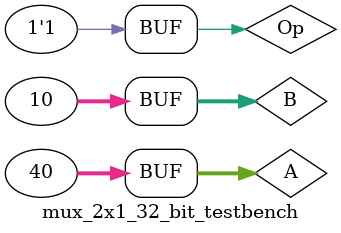
<source format=v>
`define DELAY 20
module mux_2x1_32_bit_testbench();

reg [31:0] A, B;
reg Op;
wire [31:0] Out;

mux_2x1_32_bit testMux32Bit (A, B, Op, Out);

initial begin
A = 'd300; B = 'd100; Op = 1'd1;
#`DELAY;
A = 'd200; B = 'd100; Op = 1'd0;
#`DELAY;
A = 'd10; B = 'd40; Op = 1'd1;
#`DELAY;
A = 'd40; B = 'd10; Op = 1'd1;
end
 
 
initial
begin
$monitor("time = %2d, A =%d, B=%d, Op=%b, Out=%d", $time, A, B, Op, Out);
end
 
endmodule

</source>
